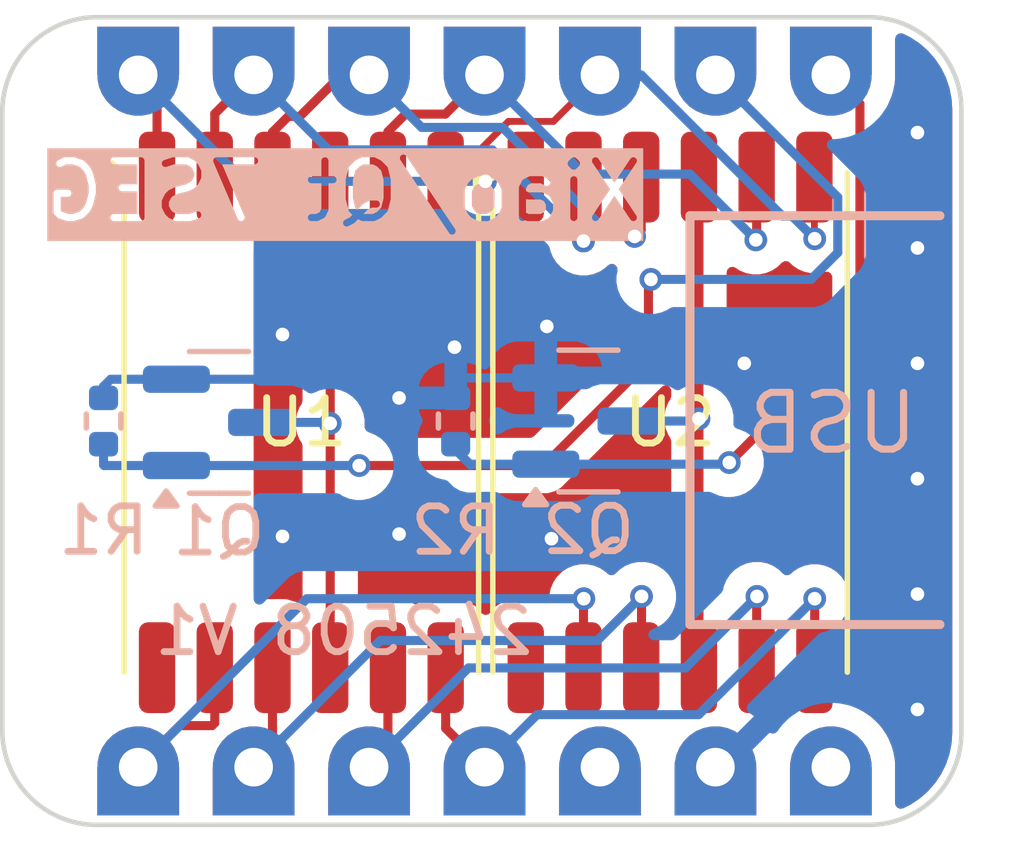
<source format=kicad_pcb>
(kicad_pcb (version 20241229) (generator "pcbnew") (generator_version "9.0")
  (title_block (title "Xiao_7Seg") (date "2025-08-24") (rev "1"))
  (layers (0 "F.Cu" signal) (2 "B.Cu" signal) (13 "F.Paste" user) (15 "B.Paste" user) (5 "F.SilkS" user "F.Silkscreen") (7 "B.SilkS" user "B.Silkscreen") (1 "F.Mask" user) (3 "B.Mask" user) (25 "Edge.Cuts" user))
  (net 0 "")
  (net 1 "GND")
  (net 2 "3V3")
  (net 3 "A0")
  (net 4 "A1")
  (net 5 "A2")
  (net 6 "SDA")
  (net 7 "SCL")
  (net 8 "MOSI")
  (net 9 "A3")
  (net 10 "TX")
  (net 11 "RX")
  (net 12 "SCK")
  (net 13 "MISO")
  (net 14 "VBUS")
  (net 15 "Net-(Q1-D)")
  (net 16 "Net-(Q2-D)")
  (footprint "XIAO RP2040 HAT:Xiao-Hat-Pins" (layer "F.Cu") (at 144.78 101.6 -90)
    (property "Reference" "J2" (hide yes))
    (property "Value" "DNP")
    (pad "1" thru_hole custom (at 0 -7.62 180) (size 1.8 1.8) (drill 0.85) (layers "*.Cu" "*.Mask") (net 3 "A0") (options (clearance outline) (anchor circle)) (primitives (gr_rect (start 0.45 0) (end 0.9 0.45) (width 0) (fill yes)) (gr_rect (start -0.9 0) (end -0.43925 0.4572) (width 0) (fill yes)) (gr_rect (start -0.9 0.45) (end 0.9 1.06) (width 0) (fill yes))))
    (pad "2" thru_hole custom (at 0 -5.08 180) (size 1.8 1.8) (drill 0.85) (layers "*.Cu" "*.Mask") (net 4 "A1") (options (clearance outline) (anchor circle)) (primitives (gr_rect (start 0.45 0) (end 0.9 0.45) (width 0) (fill yes)) (gr_rect (start -0.9 0) (end -0.43925 0.4572) (width 0) (fill yes)) (gr_rect (start -0.9 0.45) (end 0.9 1.06) (width 0) (fill yes))))
    (pad "3" thru_hole custom (at 0 -2.54 180) (size 1.8 1.8) (drill 0.85) (layers "*.Cu" "*.Mask") (net 5 "A2") (options (clearance outline) (anchor circle)) (primitives (gr_rect (start 0.45 0) (end 0.9 0.45) (width 0) (fill yes)) (gr_rect (start -0.9 0) (end -0.43925 0.4572) (width 0) (fill yes)) (gr_rect (start -0.9 0.45) (end 0.9 1.06) (width 0) (fill yes))))
    (pad "4" thru_hole custom (at 0 0 180) (size 1.8 1.8) (drill 0.85) (layers "*.Cu" "*.Mask") (net 9 "A3") (options (clearance outline) (anchor circle)) (primitives (gr_rect (start 0.45 0) (end 0.9 0.45) (width 0) (fill yes)) (gr_rect (start -0.9 0) (end -0.43925 0.4572) (width 0) (fill yes)) (gr_rect (start -0.9 0.45) (end 0.9 1.06) (width 0) (fill yes))))
    (pad "5" thru_hole custom (at 0 2.54 180) (size 1.8 1.8) (drill 0.85) (layers "*.Cu" "*.Mask") (net 6 "SDA") (options (clearance outline) (anchor circle)) (primitives (gr_rect (start 0.45 0) (end 0.9 0.45) (width 0) (fill yes)) (gr_rect (start -0.9 0) (end -0.43925 0.4572) (width 0) (fill yes)) (gr_rect (start -0.9 0.45) (end 0.9 1.06) (width 0) (fill yes))))
    (pad "6" thru_hole custom (at 0 5.08 180) (size 1.8 1.8) (drill 0.85) (layers "*.Cu" "*.Mask") (net 7 "SCL") (options (clearance outline) (anchor circle)) (primitives (gr_rect (start 0.45 0) (end 0.9 0.45) (width 0) (fill yes)) (gr_rect (start -0.9 0) (end -0.43925 0.4572) (width 0) (fill yes)) (gr_rect (start -0.9 0.45) (end 0.9 1.06) (width 0) (fill yes))))
    (pad "7" thru_hole custom (at 0 7.62 180) (size 1.8 1.8) (drill 0.85) (layers "*.Cu" "*.Mask") (net 10 "TX") (options (clearance outline) (anchor circle)) (primitives (gr_rect (start 0.45 0) (end 0.9 0.45) (width 0) (fill yes)) (gr_rect (start -0.9 0) (end -0.43925 0.4572) (width 0) (fill yes)) (gr_rect (start -0.9 0.45) (end 0.9 1.06) (width 0) (fill yes))))
  )
  (footprint "XIAO RP2040 HAT:GS2816ACX-X_Short" (layer "F.Cu") (at 140.75 109.25)
    (property "Reference" "U1" (at 0 0 0) (layer "F.SilkS"))
    (property "Value" "GS2816CW-G")
    (fp_line (start -3.9 -4.7) (end -3.9 5.5) (stroke (width 0.12)) (layer "F.SilkS"))
    (fp_line (start 3.9 -5.5) (end 3.9 5.5) (stroke (width 0.12)) (layer "F.SilkS"))
    (fp_poly (pts (xy -3.790886 -5.438255) (xy -4.290886 -5.813255) (xy -4.290886 -5.125755)) (stroke (width 0.1)) (fill yes) (layer "F.SilkS"))
    (pad "1" smd roundrect (at -3.175 -5.4) (size 0.8 2) (layers "F.Cu" "F.Mask" "F.Paste") (net 10 "TX"))
    (pad "2" smd roundrect (at -1.905 -5.4) (size 0.8 2) (layers "F.Cu" "F.Mask" "F.Paste") (net 7 "SCL"))
    (pad "3" smd roundrect (at -0.635 -5.4) (size 0.8 2) (layers "F.Cu" "F.Mask" "F.Paste") (net 6 "SDA"))
    (pad "4" smd roundrect (at 0.635 -5.4) (size 0.8 2) (layers "F.Cu" "F.Mask" "F.Paste") (net 15 "Net-(Q1-D)"))
    (pad "5" smd roundrect (at 1.905 -5.4) (size 0.8 2) (layers "F.Cu" "F.Mask" "F.Paste") (net 9 "A3"))
    (pad "6" smd roundrect (at 3.175 -5.4) (size 0.8 2) (layers "F.Cu" "F.Mask" "F.Paste") (net 5 "A2"))
    (pad "7" smd roundrect (at 3.175 5.4) (size 0.8 2) (layers "F.Cu" "F.Mask" "F.Paste") (net 8 "MOSI"))
    (pad "8" smd roundrect (at 1.905 5.4) (size 0.8 2) (layers "F.Cu" "F.Mask" "F.Paste") (net 13 "MISO"))
    (pad "9" smd roundrect (at 0.635 5.4) (size 0.8 2) (layers "F.Cu" "F.Mask" "F.Paste") (net 15 "Net-(Q1-D)"))
    (pad "10" smd roundrect (at -0.635 5.4) (size 0.8 2) (layers "F.Cu" "F.Mask" "F.Paste") (net 12 "SCK"))
    (pad "11" smd roundrect (at -1.905 5.4) (size 0.8 2) (layers "F.Cu" "F.Mask" "F.Paste") (net 11 "RX"))
    (pad "12" smd roundrect (at -3.175 5.4) (size 0.8 2) (layers "F.Cu" "F.Mask" "F.Paste"))
  )
  (footprint "XIAO RP2040 HAT:Xiao-Hat-Pins" (layer "F.Cu") (at 144.78 116.84 90)
    (property "Reference" "J4" (hide yes))
    (property "Value" "DNP")
    (pad "1" thru_hole custom (at 0 -7.62) (size 1.8 1.8) (drill 0.85) (layers "*.Cu" "*.Mask") (net 11 "RX") (options (clearance outline) (anchor circle)) (primitives (gr_rect (start 0.45 0) (end 0.9 0.45) (width 0) (fill yes)) (gr_rect (start -0.9 0) (end -0.43925 0.4572) (width 0) (fill yes)) (gr_rect (start -0.9 0.45) (end 0.9 1.06) (width 0) (fill yes))))
    (pad "2" thru_hole custom (at 0 -5.08) (size 1.8 1.8) (drill 0.85) (layers "*.Cu" "*.Mask") (net 12 "SCK") (options (clearance outline) (anchor circle)) (primitives (gr_rect (start 0.45 0) (end 0.9 0.45) (width 0) (fill yes)) (gr_rect (start -0.9 0) (end -0.43925 0.4572) (width 0) (fill yes)) (gr_rect (start -0.9 0.45) (end 0.9 1.06) (width 0) (fill yes))))
    (pad "3" thru_hole custom (at 0 -2.54) (size 1.8 1.8) (drill 0.85) (layers "*.Cu" "*.Mask") (net 13 "MISO") (options (clearance outline) (anchor circle)) (primitives (gr_rect (start 0.45 0) (end 0.9 0.45) (width 0) (fill yes)) (gr_rect (start -0.9 0) (end -0.43925 0.4572) (width 0) (fill yes)) (gr_rect (start -0.9 0.45) (end 0.9 1.06) (width 0) (fill yes))))
    (pad "4" thru_hole custom (at 0 0) (size 1.8 1.8) (drill 0.85) (layers "*.Cu" "*.Mask") (net 8 "MOSI") (options (clearance outline) (anchor circle)) (primitives (gr_rect (start 0.45 0) (end 0.9 0.45) (width 0) (fill yes)) (gr_rect (start -0.9 0) (end -0.43925 0.4572) (width 0) (fill yes)) (gr_rect (start -0.9 0.45) (end 0.9 1.06) (width 0) (fill yes))))
    (pad "5" thru_hole custom (at 0 2.54) (size 1.8 1.8) (drill 0.85) (layers "*.Cu" "*.Mask") (net 2 "3V3") (options (clearance outline) (anchor circle)) (primitives (gr_rect (start 0.45 0) (end 0.9 0.45) (width 0) (fill yes)) (gr_rect (start -0.9 0) (end -0.43925 0.4572) (width 0) (fill yes)) (gr_rect (start -0.9 0.45) (end 0.9 1.06) (width 0) (fill yes))))
    (pad "6" thru_hole custom (at 0 5.08) (size 1.8 1.8) (drill 0.85) (layers "*.Cu" "*.Mask") (net 1 "GND") (options (clearance outline) (anchor circle)) (primitives (gr_rect (start 0.45 0) (end 0.9 0.45) (width 0) (fill yes)) (gr_rect (start -0.9 0) (end -0.43925 0.4572) (width 0) (fill yes)) (gr_rect (start -0.9 0.45) (end 0.9 1.06) (width 0) (fill yes))))
    (pad "7" thru_hole custom (at 0 7.62) (size 1.8 1.8) (drill 0.85) (layers "*.Cu" "*.Mask") (net 14 "VBUS") (options (clearance outline) (anchor circle)) (primitives (gr_rect (start 0.45 0) (end 0.9 0.45) (width 0) (fill yes)) (gr_rect (start -0.9 0) (end -0.43925 0.4572) (width 0) (fill yes)) (gr_rect (start -0.9 0.45) (end 0.9 1.06) (width 0) (fill yes))))
  )
  (footprint "XIAO RP2040 HAT:GS2816ACX-X_Short" (layer "F.Cu") (at 148.8625 109.25)
    (property "Reference" "U2" (at 0 0 0) (layer "F.SilkS"))
    (property "Value" "GS2816CW-G")
    (fp_line (start -3.9 -4.7) (end -3.9 5.5) (stroke (width 0.12)) (layer "F.SilkS"))
    (fp_line (start 3.9 -5.5) (end 3.9 5.5) (stroke (width 0.12)) (layer "F.SilkS"))
    (fp_poly (pts (xy -3.790886 -5.438255) (xy -4.290886 -5.813255) (xy -4.290886 -5.125755)) (stroke (width 0.1)) (fill yes) (layer "F.SilkS"))
    (pad "1" smd roundrect (at -3.175 -5.4) (size 0.8 2) (layers "F.Cu" "F.Mask" "F.Paste") (net 10 "TX"))
    (pad "2" smd roundrect (at -1.905 -5.4) (size 0.8 2) (layers "F.Cu" "F.Mask" "F.Paste") (net 7 "SCL"))
    (pad "3" smd roundrect (at -0.635 -5.4) (size 0.8 2) (layers "F.Cu" "F.Mask" "F.Paste") (net 6 "SDA"))
    (pad "4" smd roundrect (at 0.635 -5.4) (size 0.8 2) (layers "F.Cu" "F.Mask" "F.Paste") (net 16 "Net-(Q2-D)"))
    (pad "5" smd roundrect (at 1.905 -5.4) (size 0.8 2) (layers "F.Cu" "F.Mask" "F.Paste") (net 9 "A3"))
    (pad "6" smd roundrect (at 3.175 -5.4) (size 0.8 2) (layers "F.Cu" "F.Mask" "F.Paste") (net 5 "A2"))
    (pad "7" smd roundrect (at 3.175 5.4) (size 0.8 2) (layers "F.Cu" "F.Mask" "F.Paste") (net 8 "MOSI"))
    (pad "8" smd roundrect (at 1.905 5.4) (size 0.8 2) (layers "F.Cu" "F.Mask" "F.Paste") (net 13 "MISO"))
    (pad "9" smd roundrect (at 0.635 5.4) (size 0.8 2) (layers "F.Cu" "F.Mask" "F.Paste") (net 16 "Net-(Q2-D)"))
    (pad "10" smd roundrect (at -0.635 5.4) (size 0.8 2) (layers "F.Cu" "F.Mask" "F.Paste") (net 12 "SCK"))
    (pad "11" smd roundrect (at -1.905 5.4) (size 0.8 2) (layers "F.Cu" "F.Mask" "F.Paste") (net 11 "RX"))
    (pad "12" smd roundrect (at -3.175 5.4) (size 0.8 2) (layers "F.Cu" "F.Mask" "F.Paste"))
  )
  (footprint "Resistor_SMD:R_0402_1005Metric" (layer "B.Cu") (at 144.145 109.22 90)
    (property "Reference" "R2" (at -2.413 0 0) (layer "B.SilkS") (effects (justify mirror)))
    (property "Value" "10K")
    (fp_line (start -0.153641 -0.38) (end 0.153641 -0.38) (stroke (width 0.12)) (layer "B.SilkS"))
    (fp_line (start -0.153641 0.38) (end 0.153641 0.38) (stroke (width 0.12)) (layer "B.SilkS"))
    (pad "1" smd roundrect (at -0.51 0 90) (size 0.54 0.64) (layers "B.Cu" "B.Mask" "B.Paste") (net 3 "A0"))
    (pad "2" smd roundrect (at 0.51 0 90) (size 0.54 0.64) (layers "B.Cu" "B.Mask" "B.Paste") (net 1 "GND"))
  )
  (footprint "Package_TO_SOT_SMD:SOT-23" (layer "B.Cu") (at 138.938 109.25)
    (property "Reference" "Q1" (at 0 2.4 0) (layer "B.SilkS") (effects (justify mirror)))
    (property "Value" "AO3400A")
    (fp_line (start 0 -1.56) (end -0.65 -1.56) (stroke (width 0.12)) (layer "B.SilkS"))
    (fp_line (start 0 -1.56) (end 0.65 -1.56) (stroke (width 0.12)) (layer "B.SilkS"))
    (fp_line (start 0 1.56) (end -0.65 1.56) (stroke (width 0.12)) (layer "B.SilkS"))
    (fp_line (start 0 1.56) (end 0.65 1.56) (stroke (width 0.12)) (layer "B.SilkS"))
    (fp_poly (pts (xy -1.1625 1.51) (xy -1.4025 1.84) (xy -0.9225 1.84)) (stroke (width 0.12)) (fill yes) (layer "B.SilkS"))
    (pad "1" smd roundrect (at -0.9375 0.95) (size 1.475 0.6) (layers "B.Cu" "B.Mask" "B.Paste") (net 4 "A1"))
    (pad "2" smd roundrect (at -0.9375 -0.95) (size 1.475 0.6) (layers "B.Cu" "B.Mask" "B.Paste") (net 1 "GND"))
    (pad "3" smd roundrect (at 0.9375 0) (size 1.475 0.6) (layers "B.Cu" "B.Mask" "B.Paste") (net 15 "Net-(Q1-D)"))
  )
  (footprint "Resistor_SMD:R_0402_1005Metric" (layer "B.Cu") (at 136.398 109.22 90)
    (property "Reference" "R1" (at -2.413 0 0) (layer "B.SilkS") (effects (justify mirror)))
    (property "Value" "10K")
    (fp_line (start -0.153641 -0.38) (end 0.153641 -0.38) (stroke (width 0.12)) (layer "B.SilkS"))
    (fp_line (start -0.153641 0.38) (end 0.153641 0.38) (stroke (width 0.12)) (layer "B.SilkS"))
    (pad "1" smd roundrect (at -0.51 0 90) (size 0.54 0.64) (layers "B.Cu" "B.Mask" "B.Paste") (net 4 "A1"))
    (pad "2" smd roundrect (at 0.51 0 90) (size 0.54 0.64) (layers "B.Cu" "B.Mask" "B.Paste") (net 1 "GND"))
  )
  (footprint "Package_TO_SOT_SMD:SOT-23" (layer "B.Cu") (at 147.066 109.22)
    (property "Reference" "Q2" (at 0 2.4 0) (layer "B.SilkS") (effects (justify mirror)))
    (property "Value" "AO3400A")
    (fp_line (start 0 -1.56) (end -0.65 -1.56) (stroke (width 0.12)) (layer "B.SilkS"))
    (fp_line (start 0 -1.56) (end 0.65 -1.56) (stroke (width 0.12)) (layer "B.SilkS"))
    (fp_line (start 0 1.56) (end -0.65 1.56) (stroke (width 0.12)) (layer "B.SilkS"))
    (fp_line (start 0 1.56) (end 0.65 1.56) (stroke (width 0.12)) (layer "B.SilkS"))
    (fp_poly (pts (xy -1.1625 1.51) (xy -1.4025 1.84) (xy -0.9225 1.84)) (stroke (width 0.12)) (fill yes) (layer "B.SilkS"))
    (pad "1" smd roundrect (at -0.9375 0.95) (size 1.475 0.6) (layers "B.Cu" "B.Mask" "B.Paste") (net 3 "A0"))
    (pad "2" smd roundrect (at -0.9375 -0.95) (size 1.475 0.6) (layers "B.Cu" "B.Mask" "B.Paste") (net 1 "GND"))
    (pad "3" smd roundrect (at 0.9375 0) (size 1.475 0.6) (layers "B.Cu" "B.Mask" "B.Paste") (net 16 "Net-(Q2-D)"))
  )
  (gr_line (start 154.8 104.7) (end 149.3 104.7) (stroke (width 0.2)) (layer "B.SilkS"))
  (gr_line (start 149.3 104.7) (end 149.3 113.7) (stroke (width 0.2)) (layer "B.SilkS"))
  (gr_line (start 149.3 113.7) (end 154.8 113.7) (stroke (width 0.2)) (layer "B.SilkS"))
  (gr_line (start 153.24 100.33) (end 136.304 100.33) (stroke (width 0.1016)) (layer "Edge.Cuts"))
  (gr_arc (start 136.304 118.11) (mid 134.816359 117.535883) (end 134.1704 116.078) (stroke (width 0.1016)) (layer "Edge.Cuts"))
  (gr_arc (start 153.24 100.33) (mid 154.676841 100.925159) (end 155.272 102.362) (stroke (width 0.1016)) (layer "Edge.Cuts"))
  (gr_line (start 136.304 118.11) (end 153.24 118.11) (stroke (width 0.1016)) (layer "Edge.Cuts"))
  (gr_arc (start 155.272 116.078) (mid 154.676841 117.514841) (end 153.24 118.11) (stroke (width 0.1016)) (layer "Edge.Cuts"))
  (gr_line (start 134.1704 102.362) (end 134.1704 116.078) (stroke (width 0.1016)) (layer "Edge.Cuts"))
  (gr_arc (start 134.1704 102.362) (mid 134.816359 100.904117) (end 136.304 100.33) (stroke (width 0.1016)) (layer "Edge.Cuts"))
  (gr_line (start 155.272 116.078) (end 155.272 102.362) (stroke (width 0.1016)) (layer "Edge.Cuts"))
  (gr_text "242508 V1" (at 145.923 114.427 0) (layer "B.SilkS") (effects (font (size 1 1)) (justify left bottom mirror)))
  (gr_text "USB" (at 154.4 110 0) (layer "B.SilkS") (effects (font (size 1.25 1.25) (thickness 0.15625)) (justify left bottom mirror)))
  (gr_text "Xiao/Qt 7SEG" (at 148.336 104.902 0) (layer "B.SilkS" knockout) (effects (font (size 1.25 1.25) (thickness 0.15625)) (justify left bottom mirror)))
  (via (at 150.495 107.95) (size 0.5) (drill 0.3) (layers "F.Cu" "B.Cu") (net 1))
  (via (at 154.305 102.87) (size 0.5) (drill 0.3) (layers "F.Cu" "B.Cu") (net 1))
  (via (at 154.305 110.49) (size 0.5) (drill 0.3) (layers "F.Cu" "B.Cu") (net 1))
  (via (at 142.9004 111.7092) (size 0.5) (drill 0.3) (layers "F.Cu" "B.Cu") (net 1))
  (via (at 154.305 113.03) (size 0.5) (drill 0.3) (layers "F.Cu" "B.Cu") (net 1))
  (via (at 140.335 111.76) (size 0.5) (drill 0.3) (layers "F.Cu" "B.Cu") (net 1))
  (via (at 142.9004 108.712) (size 0.5) (drill 0.3) (layers "F.Cu" "B.Cu") (net 1))
  (via (at 146.2532 111.8108) (size 0.5) (drill 0.3) (layers "F.Cu" "B.Cu") (net 1))
  (via (at 154.305 115.57) (size 0.5) (drill 0.3) (layers "F.Cu" "B.Cu") (net 1))
  (via (at 154.305 107.95) (size 0.5) (drill 0.3) (layers "F.Cu" "B.Cu") (net 1))
  (via (at 140.335 107.315) (size 0.5) (drill 0.3) (layers "F.Cu" "B.Cu") (net 1))
  (via (at 154.305 105.41) (size 0.5) (drill 0.3) (layers "F.Cu" "B.Cu") (net 1))
  (via (at 146.1516 107.1372) (size 0.5) (drill 0.3) (layers "F.Cu" "B.Cu") (net 1))
  (via (at 144.1196 107.5944) (size 0.5) (drill 0.3) (layers "F.Cu" "B.Cu") (net 1))
  (segment (start 138.0005 108.3) (end 139.8072 108.3) (width 0.2) (layer "B.Cu") (net 1))
  (segment (start 144.3736 108.2548) (end 144.3888 108.27) (width 0.2) (layer "B.Cu") (net 1))
  (segment (start 136.398 108.71) (end 136.398 108.458) (width 0.2) (layer "B.Cu") (net 1))
  (segment (start 144.145 108.4834) (end 144.3736 108.2548) (width 0.2) (layer "B.Cu") (net 1))
  (segment (start 144.145 108.71) (end 144.145 108.4834) (width 0.2) (layer "B.Cu") (net 1))
  (segment (start 139.8072 108.3) (end 139.954 108.1532) (width 0.2) (layer "B.Cu") (net 1))
  (segment (start 144.3888 108.27) (end 146.1285 108.27) (width 0.2) (layer "B.Cu") (net 1))
  (segment (start 136.556 108.3) (end 138.0005 108.3) (width 0.2) (layer "B.Cu") (net 1))
  (segment (start 136.398 108.458) (end 136.556 108.3) (width 0.2) (layer "B.Cu") (net 1))
  (segment (start 150.1648 110.1344) (end 153.039933 107.259267) (width 0.2) (layer "F.Cu") (net 3))
  (segment (start 153.039933 107.259267) (end 153.039933 102.239933) (width 0.2) (layer "F.Cu") (net 3))
  (segment (start 153.039933 102.239933) (end 152.4 101.6) (width 0.2) (layer "F.Cu") (net 3))
  (via (at 150.1648 110.1344) (size 0.5) (drill 0.3) (layers "F.Cu" "B.Cu") (net 3))
  (segment (start 144.145 109.73) (end 144.145 109.855) (width 0.2) (layer "B.Cu") (net 3))
  (segment (start 144.4904 110.17) (end 146.1285 110.17) (width 0.2) (layer "B.Cu") (net 3))
  (segment (start 144.145 109.855) (end 144.4752 110.1852) (width 0.2) (layer "B.Cu") (net 3))
  (segment (start 150.1292 110.17) (end 150.1648 110.1344) (width 0.2) (layer "B.Cu") (net 3))
  (segment (start 146.1285 110.17) (end 150.1292 110.17) (width 0.2) (layer "B.Cu") (net 3))
  (segment (start 144.4752 110.1852) (end 144.4904 110.17) (width 0.2) (layer "B.Cu") (net 3))
  (segment (start 148.3868 107.8992) (end 148.3868 106.15604) (width 0.2) (layer "F.Cu") (net 4))
  (segment (start 142.022 110.2) (end 146.086 110.2) (width 0.2) (layer "F.Cu") (net 4))
  (segment (start 146.086 110.2) (end 148.3868 107.8992) (width 0.2) (layer "F.Cu") (net 4))
  (segment (start 148.3868 106.15604) (end 148.440714 106.102126) (width 0.2) (layer "F.Cu") (net 4))
  (via (at 148.440714 106.102126) (size 0.5) (drill 0.3) (layers "F.Cu" "B.Cu") (net 4))
  (via (at 142.022 110.2) (size 0.5) (drill 0.3) (layers "F.Cu" "B.Cu") (net 4))
  (segment (start 152.5524 105.511973) (end 151.962247 106.102126) (width 0.2) (layer "B.Cu") (net 4))
  (segment (start 136.398 109.73) (end 136.398 110.1852) (width 0.2) (layer "B.Cu") (net 4))
  (segment (start 151.962247 106.102126) (end 148.440714 106.102126) (width 0.2) (layer "B.Cu") (net 4))
  (segment (start 152.5524 104.2924) (end 152.5524 105.511973) (width 0.2) (layer "B.Cu") (net 4))
  (segment (start 136.398 110.1852) (end 136.4128 110.2) (width 0.2) (layer "B.Cu") (net 4))
  (segment (start 136.4128 110.2) (end 138.0005 110.2) (width 0.2) (layer "B.Cu") (net 4))
  (segment (start 138.0005 110.2) (end 142.022 110.2) (width 0.2) (layer "B.Cu") (net 4))
  (segment (start 142.0368 110.1852) (end 142.022 110.2) (width 0.2) (layer "B.Cu") (net 4))
  (segment (start 149.86 101.6) (end 152.5524 104.2924) (width 0.2) (layer "B.Cu") (net 4))
  (segment (start 145.305502 102.624) (end 146.296 102.624) (width 0.15) (layer "F.Cu") (net 5))
  (segment (start 144.079502 103.85) (end 145.305502 102.624) (width 0.15) (layer "F.Cu") (net 5))
  (segment (start 143.925 103.85) (end 144.079502 103.85) (width 0.15) (layer "F.Cu") (net 5))
  (segment (start 152.0375 103.85) (end 152.0375 105.1999) (width 0.15) (layer "F.Cu") (net 5))
  (segment (start 152.0375 105.1999) (end 152.0444 105.2068) (width 0.15) (layer "F.Cu") (net 5))
  (segment (start 146.296 102.624) (end 147.32 101.6) (width 0.15) (layer "F.Cu") (net 5))
  (via (at 152.0444 105.2068) (size 0.5) (drill 0.3) (layers "F.Cu" "B.Cu") (net 5))
  (segment (start 148.225 101.6) (end 151.3326 104.7076) (width 0.2) (layer "B.Cu") (net 5))
  (segment (start 147.32 101.6) (end 148.225 101.6) (width 0.2) (layer "B.Cu") (net 5))
  (segment (start 151.5452 104.7076) (end 152.0444 105.2068) (width 0.2) (layer "B.Cu") (net 5))
  (segment (start 151.3326 104.7076) (end 151.5452 104.7076) (width 0.2) (layer "B.Cu") (net 5))
  (segment (start 148.2275 105.010126) (end 148.081813 105.155813) (width 0.2) (layer "F.Cu") (net 6))
  (segment (start 140.462 102.5144) (end 140.115 102.8614) (width 0.2) (layer "F.Cu") (net 6))
  (segment (start 141.6304 101.6) (end 140.716 102.5144) (width 0.2) (layer "F.Cu") (net 6))
  (segment (start 142.24 101.6) (end 141.6304 101.6) (width 0.2) (layer "F.Cu") (net 6))
  (segment (start 140.716 102.5144) (end 140.462 102.5144) (width 0.2) (layer "F.Cu") (net 6))
  (segment (start 148.2275 103.85) (end 148.2275 105.010126) (width 0.2) (layer "F.Cu") (net 6))
  (segment (start 140.115 102.8614) (end 140.115 103.85) (width 0.2) (layer "F.Cu") (net 6))
  (via (at 148.081813 105.155813) (size 0.5) (drill 0.3) (layers "F.Cu" "B.Cu") (net 6))
  (segment (start 142.24 101.6) (end 143.396 102.756) (width 0.2) (layer "B.Cu") (net 6))
  (segment (start 143.396 102.756) (end 145.174 102.756) (width 0.2) (layer "B.Cu") (net 6))
  (segment (start 147.573813 105.155813) (end 148.081813 105.155813) (width 0.2) (layer "B.Cu") (net 6))
  (segment (start 145.174 102.756) (end 147.573813 105.155813) (width 0.2) (layer "B.Cu") (net 6))
  (segment (start 146.9575 103.85) (end 146.9575 105.2576) (width 0.2) (layer "F.Cu") (net 7))
  (segment (start 138.845 102.455) (end 139.7 101.6) (width 0.2) (layer "F.Cu") (net 7))
  (segment (start 138.845 103.85) (end 138.845 102.455) (width 0.2) (layer "F.Cu") (net 7))
  (via (at 146.9575 105.2576) (size 0.5) (drill 0.3) (layers "F.Cu" "B.Cu") (net 7))
  (segment (start 139.7 101.6) (end 141.351 103.251) (width 0.2) (layer "B.Cu") (net 7))
  (segment (start 141.351 103.251) (end 144.9509 103.251) (width 0.2) (layer "B.Cu") (net 7))
  (segment (start 144.9509 103.251) (end 146.9575 105.2576) (width 0.2) (layer "B.Cu") (net 7))
  (segment (start 152.0444 114.6431) (end 152.0375 114.65) (width 0.2) (layer "F.Cu") (net 8))
  (segment (start 143.925 115.985) (end 144.78 116.84) (width 0.2) (layer "F.Cu") (net 8))
  (segment (start 152.0444 113.1316) (end 152.0444 114.6431) (width 0.2) (layer "F.Cu") (net 8))
  (segment (start 143.925 114.65) (end 143.925 115.985) (width 0.2) (layer "F.Cu") (net 8))
  (via (at 152.0444 113.1316) (size 0.5) (drill 0.3) (layers "F.Cu" "B.Cu") (net 8))
  (segment (start 144.78 116.84) (end 145.936 115.684) (width 0.2) (layer "B.Cu") (net 8))
  (segment (start 145.936 115.684) (end 149.492 115.684) (width 0.2) (layer "B.Cu") (net 8))
  (segment (start 149.492 115.684) (end 152.0444 113.1316) (width 0.2) (layer "B.Cu") (net 8))
  (segment (start 142.655 103.85) (end 142.655 102.85) (width 0.2) (layer "F.Cu") (net 9))
  (segment (start 143.0414 102.4636) (end 143.9164 102.4636) (width 0.2) (layer "F.Cu") (net 9))
  (segment (start 150.7675 103.85) (end 150.7675 105.2137) (width 0.2) (layer "F.Cu") (net 9))
  (segment (start 143.9164 102.4636) (end 144.78 101.6) (width 0.2) (layer "F.Cu") (net 9))
  (segment (start 150.7675 105.2137) (end 150.749 105.2322) (width 0.2) (layer "F.Cu") (net 9))
  (segment (start 142.655 102.85) (end 143.0414 102.4636) (width 0.2) (layer "F.Cu") (net 9))
  (via (at 150.749 105.2322) (size 0.5) (drill 0.3) (layers "F.Cu" "B.Cu") (net 9))
  (segment (start 146.9644 103.7844) (end 149.3012 103.7844) (width 0.2) (layer "B.Cu") (net 9))
  (segment (start 149.3012 103.7844) (end 150.749 105.2322) (width 0.2) (layer "B.Cu") (net 9))
  (segment (start 144.78 101.6) (end 146.9644 103.7844) (width 0.2) (layer "B.Cu") (net 9))
  (segment (start 145.6875 103.85) (end 144.892714 103.85) (width 0.2) (layer "F.Cu") (net 10))
  (segment (start 137.575 102.015) (end 137.16 101.6) (width 0.2) (layer "F.Cu") (net 10))
  (segment (start 137.575 103.85) (end 137.575 102.015) (width 0.2) (layer "F.Cu") (net 10))
  (segment (start 144.892714 103.85) (end 144.8 103.942714) (width 0.2) (layer "F.Cu") (net 10))
  (via (at 144.8 103.942714) (size 0.5) (drill 0.3) (layers "F.Cu" "B.Cu") (net 10))
  (segment (start 139.502714 103.942714) (end 144.8 103.942714) (width 0.2) (layer "B.Cu") (net 10))
  (segment (start 137.16 101.6) (end 139.502714 103.942714) (width 0.2) (layer "B.Cu") (net 10))
  (segment (start 138.845 115.8662) (end 138.845 114.65) (width 0.2) (layer "F.Cu") (net 11))
  (segment (start 138.7856 115.9256) (end 138.845 115.8662) (width 0.2) (layer "F.Cu") (net 11))
  (segment (start 137.16 116.84) (end 138.0744 115.9256) (width 0.2) (layer "F.Cu") (net 11))
  (segment (start 138.0744 115.9256) (end 138.7856 115.9256) (width 0.2) (layer "F.Cu") (net 11))
  (segment (start 146.9575 113.1385) (end 146.9644 113.1316) (width 0.2) (layer "F.Cu") (net 11))
  (segment (start 146.9575 114.65) (end 146.9575 113.1385) (width 0.2) (layer "F.Cu") (net 11))
  (via (at 146.9644 113.1316) (size 0.5) (drill 0.3) (layers "F.Cu" "B.Cu") (net 11))
  (segment (start 140.8684 113.1316) (end 146.9644 113.1316) (width 0.2) (layer "B.Cu") (net 11))
  (segment (start 137.16 116.84) (end 140.8684 113.1316) (width 0.2) (layer "B.Cu") (net 11))
  (segment (start 148.2344 113.0808) (end 148.2344 114.6431) (width 0.2) (layer "F.Cu") (net 12))
  (segment (start 140.115 116.425) (end 140.115 114.65) (width 0.2) (layer "F.Cu") (net 12))
  (segment (start 148.2344 114.6431) (end 148.2275 114.65) (width 0.2) (layer "F.Cu") (net 12))
  (segment (start 139.7 116.84) (end 140.115 116.425) (width 0.2) (layer "F.Cu") (net 12))
  (via (at 148.2344 113.0808) (size 0.5) (drill 0.3) (layers "F.Cu" "B.Cu") (net 12))
  (segment (start 142.4884 114.0516) (end 147.2636 114.0516) (width 0.2) (layer "B.Cu") (net 12))
  (segment (start 139.7 116.84) (end 142.4884 114.0516) (width 0.2) (layer "B.Cu") (net 12))
  (segment (start 147.2636 114.0516) (end 148.2344 113.0808) (width 0.2) (layer "B.Cu") (net 12))
  (segment (start 150.7675 114.65) (end 150.7675 113.0877) (width 0.2) (layer "F.Cu") (net 13))
  (segment (start 142.24 116.84) (end 142.655 116.425) (width 0.2) (layer "F.Cu") (net 13))
  (segment (start 142.655 116.425) (end 142.655 114.65) (width 0.2) (layer "F.Cu") (net 13))
  (segment (start 150.7675 113.0877) (end 150.7744 113.0808) (width 0.2) (layer "F.Cu") (net 13))
  (via (at 150.7744 113.0808) (size 0.5) (drill 0.3) (layers "F.Cu" "B.Cu") (net 13))
  (segment (start 149.1996 114.6556) (end 150.7744 113.0808) (width 0.2) (layer "B.Cu") (net 13))
  (segment (start 144.4244 114.6556) (end 149.1996 114.6556) (width 0.2) (layer "B.Cu") (net 13))
  (segment (start 142.24 116.84) (end 144.4244 114.6556) (width 0.2) (layer "B.Cu") (net 13))
  (segment (start 141.385 114.65) (end 141.385 109.2708) (width 0.2) (layer "F.Cu") (net 15))
  (segment (start 141.385 109.2708) (end 141.385 103.85) (width 0.2) (layer "F.Cu") (net 15))
  (via (at 141.385 109.2708) (size 0.5) (drill 0.3) (layers "F.Cu" "B.Cu") (net 15))
  (segment (start 141.3642 109.25) (end 141.385 109.2708) (width 0.2) (layer "B.Cu") (net 15))
  (segment (start 139.8755 109.25) (end 141.3642 109.25) (width 0.2) (layer "B.Cu") (net 15))
  (segment (start 149.4975 109.1692) (end 149.4975 103.85) (width 0.2) (layer "F.Cu") (net 16))
  (segment (start 149.4975 114.65) (end 149.4975 109.1692) (width 0.2) (layer "F.Cu") (net 16))
  (via (at 149.4975 109.1692) (size 0.5) (drill 0.3) (layers "F.Cu" "B.Cu") (net 16))
  (segment (start 149.4467 109.22) (end 149.4975 109.1692) (width 0.2) (layer "B.Cu") (net 16))
  (segment (start 148.0035 109.22) (end 149.4467 109.22) (width 0.2) (layer "B.Cu") (net 16))
  (zone (net 1) (net_name "GND") (layers "F.Cu" "B.Cu") (connect_pads (clearance 0.508)) (min_thickness 0.25) (fill yes (thermal_gap 0.5) (thermal_bridge_width 0.5) (island_removal_mode 2) (island_area_min 10))
    (polygon (pts (xy 139.7 100.33) (xy 155.2448 100.33) (xy 155.2448 118.11) (xy 139.7 118.11)))
  )
)
</source>
